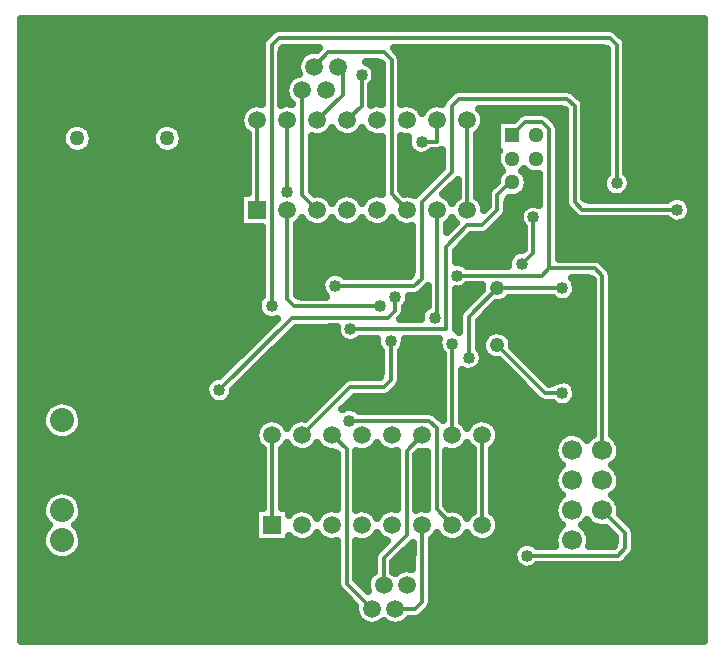
<source format=gbr>
G04 DipTrace Beta 2.3.9.1*
%INBottom.gbr*%
%MOIN*%
%ADD13C,0.012*%
%ADD14C,0.025*%
%ADD17C,0.05*%
%ADD18R,0.05X0.05*%
%ADD25R,0.0591X0.0591*%
%ADD26C,0.0591*%
%ADD27C,0.0591*%
%ADD32C,0.08*%
%ADD33R,0.0512X0.0512*%
%ADD34C,0.0512*%
%ADD36R,0.0669X0.0669*%
%ADD37C,0.0669*%
%ADD38C,0.048*%
%ADD39C,0.04*%
%FSLAX44Y44*%
G04*
G70*
G90*
G75*
G01*
%LNBottom*%
%LPD*%
X23937Y8937D2*
D13*
X24692Y8182D1*
Y7662D1*
X24452Y7422D1*
X21437D1*
X19937Y8437D2*
Y11437D1*
X11174Y12937D2*
X13589Y15352D1*
X16792D1*
X17032Y15592D1*
Y16035D1*
X21263Y17138D2*
X21643Y17518D1*
Y18700D1*
X20937Y21437D2*
X21373Y21873D1*
X21920D1*
X22160Y21633D1*
Y16998D1*
X23697D1*
X23937Y16758D1*
Y10937D1*
X22160Y16998D2*
X21920Y16758D1*
X19108D1*
X12937Y8437D2*
Y11437D1*
X17937Y8437D2*
Y5890D1*
X17697Y5650D1*
X17043D1*
X17937Y11437D2*
X17412Y10912D1*
Y8103D1*
X16650Y7340D1*
Y6437D1*
X14937Y11437D2*
X15412Y10962D1*
Y6493D1*
X16256Y5650D1*
X14437Y18937D2*
X13937Y19437D1*
Y22937D1*
X17437Y18937D2*
X16912Y19462D1*
Y23960D1*
X16672Y24200D1*
X14806D1*
X14331Y23724D1*
X14437Y21937D2*
X15280Y22780D1*
Y23563D1*
X15118Y23724D1*
X19437Y21937D2*
Y18937D1*
X15912Y23437D2*
Y22412D1*
X15437Y21937D1*
X12437D2*
Y18937D1*
X15502Y11912D2*
X18172D1*
X18412Y11672D1*
Y8962D1*
X18937Y8437D1*
Y14488D2*
Y11437D1*
X16892Y14592D2*
Y13285D1*
X16652Y13045D1*
X15545D1*
X13937Y11437D1*
X16512Y15732D2*
X13677D1*
X13437Y15972D1*
Y18937D1*
X18348Y15352D2*
X18437Y15441D1*
Y18937D1*
X17912Y21222D2*
X18437D1*
Y21937D1*
X13437Y19552D2*
Y21937D1*
X20437Y14437D2*
X22039Y12835D1*
X22611D1*
Y16337D2*
X20437D1*
X19488Y15388D1*
Y14017D1*
X20937Y19862D2*
X20862D1*
X20437Y19437D1*
Y18937D1*
X19937Y18437D1*
X19437D1*
X18728Y17728D1*
Y14972D1*
X15538D1*
X15040Y16415D2*
X17672D1*
X17912Y16655D1*
Y19217D1*
X18912Y20217D1*
Y22412D1*
X19152Y22652D1*
X22777D1*
X23017Y22412D1*
Y19200D1*
X23257Y18960D1*
X26437D1*
X12912Y15748D2*
Y24440D1*
X13152Y24680D1*
X24179D1*
X24419Y24440D1*
Y19835D1*
D39*
X19437Y17437D3*
X20937Y18937D3*
X22437Y11937D3*
X4937Y14437D3*
X21437Y7422D3*
X17032Y16035D3*
X11174Y12937D3*
X21643Y18700D3*
X21263Y17138D3*
X19108Y16758D3*
X15912Y23437D3*
X15502Y11912D3*
X18937Y14488D3*
X16892Y14592D3*
X16512Y15732D3*
X18348Y15352D3*
X17912Y21222D3*
X13437Y19552D3*
X22611Y12835D3*
X19488Y14017D3*
X22611Y16337D3*
X15538Y14972D3*
X26437Y18960D3*
X15040Y16415D3*
X24419Y19835D3*
X12912Y15748D3*
X19937Y20437D3*
X10937Y17437D3*
X4587Y25063D2*
D14*
X27289D1*
X4587Y24815D2*
X12805D1*
X24530D2*
X27289D1*
X4587Y24566D2*
X12590D1*
X24745D2*
X27289D1*
X4587Y24317D2*
X12562D1*
X13273D2*
X14437D1*
X17038D2*
X24058D1*
X24769D2*
X27289D1*
X4587Y24069D2*
X12562D1*
X13261D2*
X13863D1*
X17245D2*
X24070D1*
X24769D2*
X27289D1*
X4587Y23820D2*
X12562D1*
X13261D2*
X13754D1*
X16202D2*
X16562D1*
X17261D2*
X24070D1*
X24769D2*
X27289D1*
X4587Y23571D2*
X12562D1*
X13261D2*
X13766D1*
X16382D2*
X16562D1*
X17261D2*
X24070D1*
X24769D2*
X27289D1*
X4587Y23323D2*
X12562D1*
X13261D2*
X13504D1*
X16386D2*
X16562D1*
X17261D2*
X24070D1*
X24769D2*
X27289D1*
X4587Y23074D2*
X12562D1*
X13261D2*
X13371D1*
X16261D2*
X16562D1*
X17261D2*
X24070D1*
X24769D2*
X27289D1*
X4587Y22825D2*
X12562D1*
X13261D2*
X13365D1*
X16261D2*
X16562D1*
X17261D2*
X18840D1*
X23089D2*
X24070D1*
X24769D2*
X27289D1*
X4587Y22576D2*
X12562D1*
X13261D2*
X13484D1*
X16261D2*
X16562D1*
X17261D2*
X18605D1*
X23323D2*
X24070D1*
X24769D2*
X27289D1*
X4587Y22328D2*
X12012D1*
X17862D2*
X18012D1*
X23366D2*
X24070D1*
X24769D2*
X27289D1*
X4587Y22079D2*
X11871D1*
X20003D2*
X21094D1*
X22198D2*
X22668D1*
X23366D2*
X24070D1*
X24769D2*
X27289D1*
X4587Y21830D2*
X6273D1*
X6601D2*
X9273D1*
X9601D2*
X11863D1*
X20011D2*
X20391D1*
X22444D2*
X22668D1*
X23366D2*
X24070D1*
X24769D2*
X27289D1*
X4587Y21582D2*
X5961D1*
X6913D2*
X8961D1*
X9913D2*
X11980D1*
X14894D2*
X14980D1*
X15894D2*
X15980D1*
X19894D2*
X20391D1*
X22511D2*
X22668D1*
X23366D2*
X24070D1*
X24769D2*
X27289D1*
X4587Y21333D2*
X5898D1*
X6976D2*
X8898D1*
X9976D2*
X12086D1*
X14288D2*
X16562D1*
X17261D2*
X17437D1*
X19788D2*
X20391D1*
X22511D2*
X22668D1*
X23366D2*
X24070D1*
X24769D2*
X27289D1*
X4587Y21084D2*
X5961D1*
X6913D2*
X8961D1*
X9913D2*
X12086D1*
X14288D2*
X16562D1*
X17261D2*
X17445D1*
X19788D2*
X20391D1*
X22511D2*
X22668D1*
X23366D2*
X24070D1*
X24769D2*
X27289D1*
X4587Y20836D2*
X6285D1*
X6589D2*
X9285D1*
X9589D2*
X12086D1*
X14288D2*
X16562D1*
X17261D2*
X17629D1*
X18194D2*
X18562D1*
X19788D2*
X20426D1*
X22511D2*
X22668D1*
X23366D2*
X24070D1*
X24769D2*
X27289D1*
X4587Y20587D2*
X12086D1*
X14288D2*
X16562D1*
X17261D2*
X18562D1*
X19788D2*
X20394D1*
X22511D2*
X22668D1*
X23366D2*
X24070D1*
X24769D2*
X27289D1*
X4587Y20338D2*
X12086D1*
X14288D2*
X16562D1*
X17261D2*
X18551D1*
X19788D2*
X20496D1*
X22511D2*
X22668D1*
X23366D2*
X24070D1*
X24769D2*
X27289D1*
X4587Y20090D2*
X12086D1*
X14288D2*
X16562D1*
X17261D2*
X18301D1*
X19788D2*
X20445D1*
X21429D2*
X21812D1*
X22511D2*
X22668D1*
X23366D2*
X24004D1*
X24831D2*
X27289D1*
X4587Y19841D2*
X12086D1*
X14288D2*
X16562D1*
X17261D2*
X18051D1*
X19788D2*
X20355D1*
X21483D2*
X21812D1*
X22511D2*
X22668D1*
X23366D2*
X23930D1*
X24909D2*
X27289D1*
X4587Y19592D2*
X12086D1*
X14288D2*
X16562D1*
X17265D2*
X17805D1*
X18773D2*
X19086D1*
X19788D2*
X20125D1*
X21405D2*
X21812D1*
X22511D2*
X22668D1*
X23366D2*
X23996D1*
X24839D2*
X27289D1*
X4587Y19344D2*
X11851D1*
X14847D2*
X15026D1*
X15847D2*
X16026D1*
X18847D2*
X19026D1*
X19847D2*
X20086D1*
X21005D2*
X21812D1*
X22511D2*
X22668D1*
X23366D2*
X26148D1*
X26726D2*
X27289D1*
X4587Y19095D2*
X11851D1*
X19999D2*
X20086D1*
X20788D2*
X21371D1*
X22511D2*
X22683D1*
X26905D2*
X27289D1*
X4587Y18846D2*
X11851D1*
X20773D2*
X21176D1*
X22511D2*
X22887D1*
X26913D2*
X27289D1*
X4587Y18597D2*
X11851D1*
X20581D2*
X21164D1*
X22511D2*
X26121D1*
X26753D2*
X27289D1*
X4587Y18349D2*
X12562D1*
X13788D2*
X17562D1*
X18788D2*
X18866D1*
X20331D2*
X21293D1*
X22511D2*
X27289D1*
X4587Y18100D2*
X12562D1*
X13788D2*
X17562D1*
X19585D2*
X21293D1*
X22511D2*
X27289D1*
X4587Y17851D2*
X12562D1*
X13788D2*
X17562D1*
X19335D2*
X21293D1*
X22511D2*
X27289D1*
X4587Y17603D2*
X12562D1*
X13788D2*
X17562D1*
X19089D2*
X21230D1*
X22511D2*
X27289D1*
X4587Y17354D2*
X12562D1*
X13788D2*
X17562D1*
X19077D2*
X20828D1*
X22511D2*
X27289D1*
X4587Y17105D2*
X12562D1*
X13788D2*
X17562D1*
X19441D2*
X20773D1*
X24073D2*
X27289D1*
X4587Y16857D2*
X12562D1*
X13788D2*
X14871D1*
X15210D2*
X17562D1*
X24273D2*
X27289D1*
X4587Y16608D2*
X12562D1*
X13788D2*
X14594D1*
X23015D2*
X23586D1*
X24288D2*
X27289D1*
X4587Y16359D2*
X12562D1*
X13788D2*
X14555D1*
X19370D2*
X19906D1*
X23101D2*
X23586D1*
X24288D2*
X27289D1*
X4587Y16111D2*
X12562D1*
X13788D2*
X14664D1*
X17812D2*
X18086D1*
X19077D2*
X19726D1*
X23042D2*
X23586D1*
X24288D2*
X27289D1*
X4587Y15862D2*
X12437D1*
X17487D2*
X18086D1*
X19077D2*
X19476D1*
X20632D2*
X23586D1*
X24288D2*
X27289D1*
X4587Y15613D2*
X12441D1*
X17382D2*
X17937D1*
X19077D2*
X19230D1*
X20198D2*
X23586D1*
X24288D2*
X27289D1*
X4587Y15365D2*
X12625D1*
X17288D2*
X17859D1*
X19948D2*
X23586D1*
X24288D2*
X27289D1*
X4587Y15116D2*
X12867D1*
X19839D2*
X23586D1*
X24288D2*
X27289D1*
X4587Y14867D2*
X12621D1*
X13589D2*
X15062D1*
X19839D2*
X20148D1*
X20726D2*
X23586D1*
X24288D2*
X27289D1*
X4587Y14618D2*
X12371D1*
X13339D2*
X15211D1*
X15866D2*
X16402D1*
X17382D2*
X18465D1*
X19839D2*
X19940D1*
X20933D2*
X23586D1*
X24288D2*
X27289D1*
X4587Y14370D2*
X12121D1*
X13093D2*
X16457D1*
X17323D2*
X18461D1*
X20987D2*
X23586D1*
X24288D2*
X27289D1*
X4587Y14121D2*
X11875D1*
X12843D2*
X16543D1*
X17241D2*
X18586D1*
X21237D2*
X23586D1*
X24288D2*
X27289D1*
X4587Y13872D2*
X11625D1*
X12593D2*
X16543D1*
X17241D2*
X18586D1*
X19956D2*
X20516D1*
X21487D2*
X23586D1*
X24288D2*
X27289D1*
X4587Y13624D2*
X11375D1*
X12347D2*
X16543D1*
X17241D2*
X18586D1*
X19761D2*
X20766D1*
X21733D2*
X23586D1*
X24288D2*
X27289D1*
X4587Y13375D2*
X10992D1*
X12097D2*
X16496D1*
X17241D2*
X18586D1*
X19288D2*
X21016D1*
X21983D2*
X23586D1*
X24288D2*
X27289D1*
X4587Y13126D2*
X10726D1*
X11847D2*
X15141D1*
X17198D2*
X18586D1*
X19288D2*
X21262D1*
X22999D2*
X23586D1*
X24288D2*
X27289D1*
X4587Y12878D2*
X10687D1*
X11659D2*
X14894D1*
X16968D2*
X18586D1*
X19288D2*
X21512D1*
X23101D2*
X23586D1*
X24288D2*
X27289D1*
X4587Y12629D2*
X10801D1*
X11546D2*
X14644D1*
X15612D2*
X18586D1*
X19288D2*
X21762D1*
X23054D2*
X23586D1*
X24288D2*
X27289D1*
X4587Y12380D2*
X5418D1*
X6456D2*
X14394D1*
X15366D2*
X18586D1*
X19288D2*
X22488D1*
X22733D2*
X23586D1*
X24288D2*
X27289D1*
X4587Y12132D2*
X5277D1*
X6597D2*
X14148D1*
X18437D2*
X18586D1*
X19288D2*
X23586D1*
X24288D2*
X27289D1*
X4587Y11883D2*
X5250D1*
X6624D2*
X12574D1*
X13300D2*
X13574D1*
X19300D2*
X19574D1*
X20300D2*
X23586D1*
X24288D2*
X27289D1*
X4587Y11634D2*
X5320D1*
X6554D2*
X12387D1*
X20487D2*
X23586D1*
X24288D2*
X27289D1*
X4587Y11386D2*
X5539D1*
X6335D2*
X12355D1*
X20519D2*
X22516D1*
X23358D2*
X23512D1*
X24358D2*
X27289D1*
X4587Y11137D2*
X12437D1*
X20437D2*
X22348D1*
X24526D2*
X27289D1*
X4587Y10888D2*
X12586D1*
X13288D2*
X13801D1*
X14076D2*
X14801D1*
X16076D2*
X16801D1*
X19076D2*
X19586D1*
X20288D2*
X22316D1*
X24558D2*
X27289D1*
X4587Y10639D2*
X12586D1*
X13288D2*
X15062D1*
X15761D2*
X17062D1*
X17761D2*
X18062D1*
X18761D2*
X19586D1*
X20288D2*
X22391D1*
X24483D2*
X27289D1*
X4587Y10391D2*
X12586D1*
X13288D2*
X15062D1*
X15761D2*
X17062D1*
X17761D2*
X18062D1*
X18761D2*
X19586D1*
X20288D2*
X22519D1*
X24355D2*
X27289D1*
X4587Y10142D2*
X12586D1*
X13288D2*
X15062D1*
X15761D2*
X17062D1*
X17761D2*
X18062D1*
X18761D2*
X19586D1*
X20288D2*
X22348D1*
X24526D2*
X27289D1*
X4587Y9893D2*
X12586D1*
X13288D2*
X15062D1*
X15761D2*
X17062D1*
X17761D2*
X18062D1*
X18761D2*
X19586D1*
X20288D2*
X22312D1*
X24562D2*
X27289D1*
X4587Y9645D2*
X12586D1*
X13288D2*
X15062D1*
X15761D2*
X17062D1*
X17761D2*
X18062D1*
X18761D2*
X19586D1*
X20288D2*
X22391D1*
X24483D2*
X27289D1*
X4587Y9396D2*
X5430D1*
X6444D2*
X12586D1*
X13288D2*
X15062D1*
X15761D2*
X17062D1*
X17761D2*
X18062D1*
X18761D2*
X19586D1*
X20288D2*
X22527D1*
X24347D2*
X27289D1*
X4587Y9147D2*
X5281D1*
X6593D2*
X12586D1*
X13288D2*
X15062D1*
X15761D2*
X17062D1*
X17761D2*
X18062D1*
X18761D2*
X19586D1*
X20288D2*
X22351D1*
X24523D2*
X27289D1*
X4587Y8899D2*
X5250D1*
X6624D2*
X12351D1*
X14280D2*
X14594D1*
X16280D2*
X16594D1*
X19280D2*
X19586D1*
X20288D2*
X22312D1*
X24562D2*
X27289D1*
X4587Y8650D2*
X5312D1*
X6562D2*
X12351D1*
X20480D2*
X22387D1*
X24710D2*
X27289D1*
X4587Y8401D2*
X5437D1*
X6437D2*
X12351D1*
X20523D2*
X22531D1*
X23343D2*
X23644D1*
X24956D2*
X27289D1*
X4587Y8153D2*
X5285D1*
X6589D2*
X12351D1*
X20444D2*
X22351D1*
X23523D2*
X24238D1*
X25042D2*
X27289D1*
X4587Y7904D2*
X5250D1*
X6624D2*
X12351D1*
X13523D2*
X13742D1*
X14132D2*
X14742D1*
X16132D2*
X16730D1*
X18288D2*
X18742D1*
X19132D2*
X19742D1*
X20132D2*
X22312D1*
X23562D2*
X24344D1*
X25042D2*
X27289D1*
X4587Y7655D2*
X5308D1*
X6566D2*
X15062D1*
X15761D2*
X16480D1*
X17448D2*
X17586D1*
X18288D2*
X21012D1*
X25042D2*
X27289D1*
X4587Y7406D2*
X5512D1*
X6362D2*
X15062D1*
X15761D2*
X16308D1*
X17198D2*
X17586D1*
X18288D2*
X20949D1*
X24921D2*
X27289D1*
X4587Y7158D2*
X15062D1*
X15761D2*
X16301D1*
X16999D2*
X17586D1*
X18288D2*
X21031D1*
X24663D2*
X27289D1*
X4587Y6909D2*
X15062D1*
X15761D2*
X16301D1*
X16999D2*
X17112D1*
X18288D2*
X27289D1*
X4587Y6660D2*
X15062D1*
X15761D2*
X16109D1*
X18288D2*
X27289D1*
X4587Y6412D2*
X15074D1*
X15980D2*
X16064D1*
X18288D2*
X27289D1*
X4587Y6163D2*
X15258D1*
X18288D2*
X27289D1*
X4587Y5914D2*
X15508D1*
X18288D2*
X27289D1*
X4587Y5666D2*
X15672D1*
X18198D2*
X27289D1*
X4587Y5417D2*
X15723D1*
X17948D2*
X27289D1*
X4587Y5168D2*
X15945D1*
X16566D2*
X16730D1*
X17355D2*
X27289D1*
X4587Y4920D2*
X27289D1*
X4587Y4671D2*
X27289D1*
X6937Y21211D2*
X6892Y21094D1*
X6821Y20992D1*
X6728Y20910D1*
X6617Y20852D1*
X6496Y20823D1*
X6371Y20824D1*
X6250Y20855D1*
X6140Y20914D1*
X6048Y20997D1*
X5978Y21101D1*
X5935Y21218D1*
X5922Y21342D1*
X5939Y21466D1*
X5985Y21581D1*
X6058Y21683D1*
X6152Y21764D1*
X6264Y21820D1*
X6386Y21847D1*
X6510Y21844D1*
X6631Y21812D1*
X6740Y21751D1*
X6831Y21666D1*
X6899Y21562D1*
X6940Y21444D1*
X6952Y21335D1*
X6937Y21211D1*
X9937D2*
X9892Y21094D1*
X9821Y20992D1*
X9728Y20910D1*
X9617Y20852D1*
X9496Y20823D1*
X9371Y20824D1*
X9250Y20855D1*
X9140Y20914D1*
X9048Y20997D1*
X8978Y21101D1*
X8935Y21218D1*
X8922Y21342D1*
X8939Y21466D1*
X8985Y21581D1*
X9058Y21683D1*
X9152Y21764D1*
X9264Y21820D1*
X9386Y21847D1*
X9510Y21844D1*
X9631Y21812D1*
X9740Y21751D1*
X9831Y21666D1*
X9899Y21562D1*
X9940Y21444D1*
X9952Y21335D1*
X9937Y21211D1*
X12502Y8997D2*
X12615D1*
X12612Y9937D1*
Y10980D1*
X12504Y11082D1*
X12436Y11186D1*
X12393Y11303D1*
X12377Y11427D1*
X12389Y11551D1*
X12427Y11670D1*
X12492Y11777D1*
X12578Y11867D1*
X12682Y11936D1*
X12799Y11980D1*
X12922Y11997D1*
X13046Y11986D1*
X13165Y11949D1*
X13273Y11885D1*
X13364Y11800D1*
X13438Y11686D1*
X13492Y11777D1*
X13578Y11867D1*
X13682Y11936D1*
X13799Y11980D1*
X13922Y11997D1*
X14027Y11988D1*
X15315Y13275D1*
X15418Y13344D1*
X15545Y13370D1*
X16518D1*
X16567Y13535D1*
Y14258D1*
X16474Y14388D1*
X16435Y14507D1*
X16433Y14650D1*
X15872Y14647D1*
X15759Y14563D1*
X15643Y14519D1*
X15519Y14507D1*
X15396Y14529D1*
X15284Y14583D1*
X15190Y14664D1*
X15120Y14768D1*
X15081Y14887D1*
X15079Y15030D1*
X14542Y15027D1*
X13725D1*
X11639Y12943D1*
X11623Y12814D1*
X11574Y12699D1*
X11496Y12601D1*
X11395Y12528D1*
X11279Y12484D1*
X11155Y12473D1*
X11032Y12494D1*
X10920Y12548D1*
X10825Y12630D1*
X10756Y12734D1*
X10717Y12852D1*
X10711Y12976D1*
X10738Y13098D1*
X10797Y13208D1*
X10882Y13299D1*
X10989Y13363D1*
X11109Y13397D1*
X11175Y13398D1*
X13102Y15324D1*
X13017Y15295D1*
X12893Y15284D1*
X12770Y15305D1*
X12657Y15359D1*
X12563Y15441D1*
X12494Y15545D1*
X12455Y15663D1*
X12449Y15787D1*
X12476Y15909D1*
X12535Y16019D1*
X12585Y16073D1*
X12587Y18377D1*
X11877D1*
Y19497D1*
X12115D1*
X12112Y20437D1*
Y21480D1*
X12004Y21582D1*
X11936Y21686D1*
X11893Y21803D1*
X11877Y21927D1*
X11889Y22051D1*
X11927Y22170D1*
X11992Y22277D1*
X12078Y22367D1*
X12182Y22436D1*
X12299Y22480D1*
X12422Y22497D1*
X12546Y22486D1*
X12587Y22473D1*
Y24440D1*
X12611Y24562D1*
X12683Y24669D1*
X12923Y24909D1*
X13026Y24979D1*
X13152Y25005D1*
X24179D1*
X24301Y24981D1*
X24409Y24909D1*
X24649Y24669D1*
X24719Y24566D1*
X24744Y24440D1*
Y20170D1*
X24793Y20111D1*
X24853Y20002D1*
X24884Y19835D1*
X24868Y19711D1*
X24819Y19597D1*
X24741Y19499D1*
X24640Y19426D1*
X24524Y19382D1*
X24400Y19370D1*
X24277Y19392D1*
X24165Y19446D1*
X24070Y19527D1*
X24001Y19631D1*
X23962Y19750D1*
X23956Y19874D1*
X23983Y19996D1*
X24042Y20106D1*
X24092Y20160D1*
X24094Y22835D1*
Y24307D1*
X23929Y24355D1*
X16980D1*
X17142Y24189D1*
X17211Y24086D1*
X17237Y23960D1*
Y22464D1*
X17422Y22497D1*
X17546Y22486D1*
X17665Y22449D1*
X17773Y22385D1*
X17864Y22300D1*
X17938Y22186D1*
X17992Y22277D1*
X18078Y22367D1*
X18182Y22436D1*
X18299Y22480D1*
X18422Y22497D1*
X18546Y22486D1*
X18595Y22471D1*
X18606Y22520D1*
X18683Y22642D1*
X18923Y22882D1*
X19026Y22951D1*
X19152Y22977D1*
X22777D1*
X22899Y22953D1*
X23007Y22882D1*
X23247Y22642D1*
X23316Y22539D1*
X23342Y22412D1*
Y19330D1*
X23507Y19285D1*
X26105D1*
X26145Y19321D1*
X26251Y19386D1*
X26371Y19420D1*
X26496Y19421D1*
X26616Y19389D1*
X26724Y19326D1*
X26811Y19236D1*
X26871Y19127D1*
X26902Y18960D1*
X26885Y18836D1*
X26836Y18722D1*
X26759Y18624D1*
X26658Y18551D1*
X26541Y18507D1*
X26417Y18495D1*
X26295Y18517D1*
X26182Y18571D1*
X26109Y18635D1*
X23257D1*
X23135Y18659D1*
X23027Y18730D1*
X22787Y18970D1*
X22718Y19073D1*
X22692Y19200D1*
Y22282D1*
X22527Y22327D1*
X19836D1*
X19933Y22197D1*
X19979Y22080D1*
X19997Y21937D1*
X19983Y21813D1*
X19942Y21695D1*
X19876Y21589D1*
X19759Y21482D1*
X19762Y20687D1*
Y19394D1*
X19864Y19300D1*
X19933Y19197D1*
X19979Y19080D1*
X19997Y18956D1*
X20113Y19073D1*
X20112Y19437D1*
X20136Y19559D1*
X20207Y19667D1*
X20414Y19874D1*
X20429Y19975D1*
X20470Y20093D1*
X20538Y20197D1*
X20598Y20253D1*
X20553Y20298D1*
X20480Y20399D1*
X20434Y20515D1*
X20416Y20638D1*
X20429Y20762D1*
X20470Y20880D1*
X20493Y20916D1*
X20416D1*
Y21958D1*
X20998D1*
X21143Y22103D1*
X21246Y22172D1*
X21373Y22198D1*
X21920D1*
X22042Y22174D1*
X22150Y22103D1*
X22390Y21863D1*
X22460Y21760D1*
X22485Y21633D1*
Y17324D1*
X23697Y17323D1*
X23819Y17299D1*
X23927Y17228D1*
X24167Y16988D1*
X24236Y16885D1*
X24262Y16758D1*
Y11442D1*
X24327Y11392D1*
X24413Y11302D1*
X24478Y11195D1*
X24520Y11078D1*
X24537Y10937D1*
X24524Y10813D1*
X24485Y10694D1*
X24423Y10586D1*
X24340Y10493D1*
X24268Y10440D1*
X24327Y10392D1*
X24413Y10302D1*
X24478Y10195D1*
X24520Y10078D1*
X24537Y9937D1*
X24524Y9813D1*
X24485Y9694D1*
X24423Y9586D1*
X24340Y9493D1*
X24268Y9440D1*
X24327Y9392D1*
X24413Y9302D1*
X24478Y9195D1*
X24520Y9078D1*
X24537Y8937D1*
X24522Y8809D1*
X24921Y8412D1*
X24991Y8309D1*
X25017Y8182D1*
Y7662D1*
X24993Y7540D1*
X24921Y7433D1*
X24681Y7193D1*
X24578Y7123D1*
X24452Y7097D1*
X21768D1*
X21658Y7013D1*
X21541Y6969D1*
X21417Y6958D1*
X21295Y6980D1*
X21182Y7034D1*
X21088Y7115D1*
X21019Y7219D1*
X20980Y7337D1*
X20974Y7462D1*
X21001Y7583D1*
X21059Y7693D1*
X21145Y7784D1*
X21251Y7849D1*
X21371Y7883D1*
X21496Y7884D1*
X21616Y7851D1*
X21724Y7788D1*
X21765Y7746D1*
X22371Y7747D1*
X22352Y7805D1*
X22338Y7928D1*
X22349Y8053D1*
X22385Y8172D1*
X22446Y8281D1*
X22528Y8375D1*
X22606Y8434D1*
X22541Y8487D1*
X22456Y8579D1*
X22392Y8686D1*
X22352Y8805D1*
X22338Y8928D1*
X22349Y9053D1*
X22385Y9172D1*
X22446Y9281D1*
X22528Y9375D1*
X22606Y9434D1*
X22541Y9487D1*
X22456Y9579D1*
X22392Y9686D1*
X22352Y9805D1*
X22338Y9928D1*
X22349Y10053D1*
X22385Y10172D1*
X22446Y10281D1*
X22528Y10375D1*
X22606Y10434D1*
X22541Y10487D1*
X22456Y10579D1*
X22392Y10686D1*
X22352Y10805D1*
X22338Y10928D1*
X22349Y11053D1*
X22385Y11172D1*
X22446Y11281D1*
X22528Y11375D1*
X22627Y11450D1*
X22740Y11503D1*
X22862Y11532D1*
X22987Y11535D1*
X23109Y11511D1*
X23224Y11463D1*
X23327Y11392D1*
X23413Y11302D1*
X23435Y11265D1*
X23528Y11375D1*
X23612Y11439D1*
Y16621D1*
X23447Y16673D1*
X22935D1*
X22985Y16614D1*
X23045Y16504D1*
X23076Y16337D1*
X23060Y16214D1*
X23011Y16099D1*
X22933Y16001D1*
X22832Y15928D1*
X22716Y15884D1*
X22592Y15873D1*
X22469Y15894D1*
X22357Y15948D1*
X22283Y16012D1*
X20826D1*
X20714Y15915D1*
X20602Y15860D1*
X20480Y15834D1*
X20398Y15837D1*
X19813Y15254D1*
X19812Y14352D1*
X19861Y14294D1*
X19921Y14184D1*
X19952Y14017D1*
X19936Y13894D1*
X19887Y13779D1*
X19809Y13681D1*
X19709Y13608D1*
X19592Y13564D1*
X19468Y13553D1*
X19345Y13574D1*
X19264Y13613D1*
X19262Y11891D1*
X19364Y11800D1*
X19438Y11686D1*
X19492Y11777D1*
X19578Y11867D1*
X19682Y11936D1*
X19799Y11980D1*
X19922Y11997D1*
X20046Y11986D1*
X20165Y11949D1*
X20273Y11885D1*
X20364Y11800D1*
X20433Y11697D1*
X20479Y11580D1*
X20497Y11437D1*
X20483Y11313D1*
X20442Y11195D1*
X20376Y11089D1*
X20259Y10982D1*
X20262Y10187D1*
Y8894D1*
X20364Y8800D1*
X20433Y8697D1*
X20479Y8580D1*
X20497Y8437D1*
X20483Y8313D1*
X20442Y8195D1*
X20376Y8089D1*
X20288Y8001D1*
X20183Y7934D1*
X20066Y7892D1*
X19942Y7877D1*
X19818Y7890D1*
X19700Y7930D1*
X19593Y7995D1*
X19504Y8082D1*
X19438Y8183D1*
X19376Y8089D1*
X19288Y8001D1*
X19183Y7934D1*
X19066Y7892D1*
X18942Y7877D1*
X18818Y7890D1*
X18700Y7930D1*
X18593Y7995D1*
X18504Y8082D1*
X18438Y8183D1*
X18376Y8089D1*
X18259Y7982D1*
X18262Y7187D1*
Y5890D1*
X18238Y5768D1*
X18167Y5660D1*
X17927Y5420D1*
X17824Y5350D1*
X17697Y5325D1*
X17498D1*
X17395Y5213D1*
X17290Y5146D1*
X17172Y5104D1*
X17048Y5089D1*
X16924Y5102D1*
X16806Y5142D1*
X16700Y5207D1*
X16652Y5253D1*
X16607Y5213D1*
X16502Y5146D1*
X16385Y5104D1*
X16261Y5089D1*
X16137Y5102D1*
X16019Y5142D1*
X15912Y5207D1*
X15823Y5294D1*
X15755Y5399D1*
X15712Y5516D1*
X15696Y5640D1*
X15706Y5744D1*
X15183Y6263D1*
X15113Y6366D1*
X15087Y6493D1*
Y7896D1*
X14942Y7877D1*
X14818Y7890D1*
X14700Y7930D1*
X14593Y7995D1*
X14504Y8082D1*
X14438Y8183D1*
X14376Y8089D1*
X14288Y8001D1*
X14183Y7934D1*
X14066Y7892D1*
X13942Y7877D1*
X13818Y7890D1*
X13700Y7930D1*
X13593Y7995D1*
X13498Y8091D1*
X13497Y7877D1*
X12377D1*
Y8997D1*
X12502D1*
X13264D2*
X13497D1*
Y8782D1*
X13578Y8867D1*
X13682Y8936D1*
X13799Y8980D1*
X13922Y8997D1*
X14046Y8986D1*
X14165Y8949D1*
X14273Y8885D1*
X14364Y8800D1*
X14438Y8686D1*
X14492Y8777D1*
X14578Y8867D1*
X14682Y8936D1*
X14799Y8980D1*
X14922Y8997D1*
X15046Y8986D1*
X15087Y8973D1*
Y10825D1*
X14942Y10877D1*
X14818Y10890D1*
X14700Y10930D1*
X14593Y10995D1*
X14504Y11082D1*
X14438Y11183D1*
X14376Y11089D1*
X14288Y11001D1*
X14183Y10934D1*
X14066Y10892D1*
X13942Y10877D1*
X13818Y10890D1*
X13700Y10930D1*
X13593Y10995D1*
X13504Y11082D1*
X13438Y11183D1*
X13376Y11089D1*
X13259Y10982D1*
X13262Y10187D1*
Y8996D1*
X16436Y8185D2*
X16376Y8089D1*
X16288Y8001D1*
X16183Y7934D1*
X16066Y7892D1*
X15942Y7877D1*
X15818Y7890D1*
X15740Y7916D1*
X15737Y6962D1*
Y6630D1*
X16125Y6240D1*
X16106Y6303D1*
X16090Y6427D1*
X16101Y6551D1*
X16140Y6670D1*
X16204Y6777D1*
X16290Y6867D1*
X16326Y6891D1*
X16325Y7340D1*
X16348Y7462D1*
X16420Y7570D1*
X16754Y7904D1*
X16593Y7995D1*
X16504Y8082D1*
X16438Y8183D1*
X15737Y8956D2*
X15799Y8980D1*
X15922Y8997D1*
X16046Y8986D1*
X16165Y8949D1*
X16273Y8885D1*
X16364Y8800D1*
X16438Y8686D1*
X16492Y8777D1*
X16578Y8867D1*
X16682Y8936D1*
X16799Y8980D1*
X16922Y8997D1*
X17046Y8986D1*
X17087Y8978D1*
Y10899D1*
X16942Y10877D1*
X16818Y10890D1*
X16700Y10930D1*
X16593Y10995D1*
X16504Y11082D1*
X16438Y11183D1*
X16376Y11089D1*
X16288Y11001D1*
X16183Y10934D1*
X16066Y10892D1*
X15942Y10877D1*
X15818Y10890D1*
X15740Y10916D1*
X15737Y9962D1*
Y8958D1*
X17737Y8956D2*
X17799Y8980D1*
X17922Y8997D1*
X18046Y8986D1*
X18087Y8973D1*
Y10895D1*
X17942Y10877D1*
X17845Y10887D1*
X17739Y10779D1*
X17737Y8963D1*
X18849Y8987D2*
X18922Y8997D1*
X19046Y8986D1*
X19165Y8949D1*
X19273Y8885D1*
X19364Y8800D1*
X19438Y8686D1*
X19492Y8777D1*
X19578Y8867D1*
X19614Y8891D1*
X19612Y10980D1*
X19504Y11082D1*
X19438Y11183D1*
X19376Y11089D1*
X19288Y11001D1*
X19183Y10934D1*
X19066Y10892D1*
X18942Y10877D1*
X18818Y10890D1*
X18740Y10916D1*
X18737Y9672D1*
Y9098D1*
X18844Y8990D1*
X13936Y18685D2*
X13876Y18589D1*
X13759Y18482D1*
X13762Y17687D1*
Y16105D1*
X13927Y16057D1*
X14743D1*
X14692Y16107D1*
X14622Y16211D1*
X14583Y16329D1*
X14577Y16454D1*
X14604Y16576D1*
X14663Y16686D1*
X14748Y16776D1*
X14855Y16841D1*
X14975Y16875D1*
X15099Y16876D1*
X15220Y16843D1*
X15327Y16780D1*
X15368Y16739D1*
X17537D1*
X17587Y16905D1*
Y18401D1*
X17442Y18377D1*
X17318Y18390D1*
X17200Y18430D1*
X17093Y18495D1*
X17004Y18582D1*
X16938Y18683D1*
X16876Y18589D1*
X16788Y18501D1*
X16683Y18434D1*
X16566Y18392D1*
X16442Y18377D1*
X16318Y18390D1*
X16200Y18430D1*
X16093Y18495D1*
X16004Y18582D1*
X15938Y18683D1*
X15876Y18589D1*
X15788Y18501D1*
X15683Y18434D1*
X15566Y18392D1*
X15442Y18377D1*
X15318Y18390D1*
X15200Y18430D1*
X15093Y18495D1*
X15004Y18582D1*
X14938Y18683D1*
X14876Y18589D1*
X14788Y18501D1*
X14683Y18434D1*
X14566Y18392D1*
X14442Y18377D1*
X14318Y18390D1*
X14200Y18430D1*
X14093Y18495D1*
X14004Y18582D1*
X13938Y18683D1*
X14349Y19487D2*
X14422Y19497D1*
X14546Y19486D1*
X14665Y19449D1*
X14773Y19385D1*
X14864Y19300D1*
X14938Y19186D1*
X14992Y19277D1*
X15078Y19367D1*
X15182Y19436D1*
X15299Y19480D1*
X15422Y19497D1*
X15546Y19486D1*
X15665Y19449D1*
X15773Y19385D1*
X15864Y19300D1*
X15938Y19186D1*
X15992Y19277D1*
X16078Y19367D1*
X16182Y19436D1*
X16299Y19480D1*
X16422Y19497D1*
X16546Y19486D1*
X16587Y19473D1*
Y21395D1*
X16442Y21377D1*
X16318Y21390D1*
X16200Y21430D1*
X16093Y21495D1*
X16004Y21582D1*
X15938Y21683D1*
X15876Y21589D1*
X15788Y21501D1*
X15683Y21434D1*
X15566Y21392D1*
X15442Y21377D1*
X15318Y21390D1*
X15200Y21430D1*
X15093Y21495D1*
X15004Y21582D1*
X14938Y21683D1*
X14876Y21589D1*
X14788Y21501D1*
X14683Y21434D1*
X14566Y21392D1*
X14442Y21377D1*
X14318Y21390D1*
X14262Y21408D1*
Y19574D1*
X14346Y19487D1*
X17349D2*
X17422Y19497D1*
X17546Y19486D1*
X17679Y19443D1*
X18586Y20350D1*
X18587Y20932D1*
X18437Y20897D1*
X18246D1*
X18133Y20813D1*
X18017Y20769D1*
X17893Y20757D1*
X17770Y20779D1*
X17657Y20833D1*
X17563Y20915D1*
X17494Y21018D1*
X17455Y21137D1*
X17449Y21261D1*
X17475Y21379D1*
X17318Y21390D1*
X17240Y21416D1*
X17237Y20460D1*
Y19596D1*
X17344Y19490D1*
X18936Y18685D2*
X18876Y18589D1*
X18759Y18482D1*
X18763Y18222D1*
X19064Y18524D1*
X19004Y18582D1*
X18938Y18683D1*
X18617Y19464D2*
X18665Y19449D1*
X18773Y19385D1*
X18864Y19300D1*
X18938Y19186D1*
X18992Y19277D1*
X19078Y19367D1*
X19114Y19391D1*
X19112Y19957D1*
X18620Y19465D1*
X16237Y22456D2*
X16299Y22480D1*
X16422Y22497D1*
X16546Y22486D1*
X16587Y22473D1*
Y23825D1*
X16422Y23875D1*
X16067D1*
X16199Y23803D1*
X16286Y23714D1*
X16346Y23604D1*
X16377Y23437D1*
X16361Y23314D1*
X16312Y23199D1*
X16236Y23104D1*
X16237Y22457D1*
X13237Y22456D2*
X13299Y22480D1*
X13422Y22497D1*
X13546Y22486D1*
X13610Y22466D1*
X13593Y22495D1*
X13504Y22582D1*
X13436Y22686D1*
X13393Y22803D1*
X13377Y22927D1*
X13389Y23051D1*
X13427Y23170D1*
X13492Y23277D1*
X13578Y23367D1*
X13682Y23436D1*
X13826Y23484D1*
X13787Y23591D1*
X13771Y23715D1*
X13782Y23839D1*
X13821Y23957D1*
X13885Y24064D1*
X13972Y24154D1*
X14076Y24223D1*
X14192Y24267D1*
X14316Y24284D1*
X14421Y24275D1*
X14501Y24355D1*
X13285D1*
X13237Y24190D1*
Y22459D1*
X17048Y6836D2*
X17078Y6867D1*
X17182Y6936D1*
X17299Y6980D1*
X17422Y6997D1*
X17546Y6986D1*
X17610Y6966D1*
X17612Y7847D1*
X16976Y7208D1*
X16975Y6891D1*
X17039Y6835D1*
X6590Y7813D2*
X6555Y7693D1*
X6499Y7582D1*
X6423Y7483D1*
X6329Y7400D1*
X6222Y7336D1*
X6105Y7294D1*
X5981Y7274D1*
X5857Y7277D1*
X5735Y7304D1*
X5620Y7353D1*
X5516Y7422D1*
X5427Y7510D1*
X5357Y7613D1*
X5306Y7727D1*
X5278Y7848D1*
X5273Y7973D1*
X5292Y8097D1*
X5333Y8214D1*
X5395Y8322D1*
X5498Y8434D1*
X5427Y8510D1*
X5357Y8613D1*
X5306Y8727D1*
X5278Y8848D1*
X5273Y8973D1*
X5292Y9097D1*
X5333Y9214D1*
X5395Y9322D1*
X5477Y9417D1*
X5575Y9494D1*
X5685Y9552D1*
X5805Y9589D1*
X5929Y9602D1*
X6053Y9592D1*
X6173Y9559D1*
X6285Y9503D1*
X6385Y9428D1*
X6469Y9336D1*
X6534Y9229D1*
X6578Y9113D1*
X6602Y8937D1*
X6590Y8813D1*
X6555Y8693D1*
X6499Y8582D1*
X6423Y8483D1*
X6373Y8439D1*
X6469Y8336D1*
X6534Y8229D1*
X6578Y8113D1*
X6602Y7937D1*
X6590Y7813D1*
Y11813D2*
X6555Y11693D1*
X6499Y11582D1*
X6423Y11483D1*
X6329Y11400D1*
X6222Y11336D1*
X6105Y11294D1*
X5981Y11274D1*
X5857Y11277D1*
X5735Y11304D1*
X5620Y11353D1*
X5516Y11422D1*
X5427Y11510D1*
X5357Y11613D1*
X5306Y11727D1*
X5278Y11848D1*
X5273Y11973D1*
X5292Y12097D1*
X5333Y12214D1*
X5395Y12322D1*
X5477Y12417D1*
X5575Y12494D1*
X5685Y12552D1*
X5805Y12589D1*
X5929Y12602D1*
X6053Y12592D1*
X6173Y12559D1*
X6285Y12503D1*
X6385Y12428D1*
X6469Y12336D1*
X6534Y12229D1*
X6578Y12113D1*
X6602Y11937D1*
X6590Y11813D1*
X21331Y20309D2*
X21273Y20257D1*
X21313Y20222D1*
X21388Y20122D1*
X21437Y20008D1*
X21458Y19862D1*
X21443Y19738D1*
X21399Y19622D1*
X21329Y19519D1*
X21236Y19436D1*
X21126Y19377D1*
X21005Y19346D1*
X20880Y19344D1*
X20816Y19360D1*
X20762Y19187D1*
Y18937D1*
X20738Y18815D1*
X20667Y18707D1*
X20167Y18207D1*
X20064Y18138D1*
X19937Y18112D1*
X19574D1*
X19051Y17591D1*
X19052Y17216D1*
X19167Y17219D1*
X19287Y17187D1*
X19394Y17124D1*
X19435Y17082D1*
X20799Y17083D1*
Y17177D1*
X20827Y17299D1*
X20885Y17409D1*
X20971Y17500D1*
X21077Y17564D1*
X21197Y17598D1*
X21263Y17599D1*
X21317Y17652D1*
X21318Y18366D1*
X21225Y18496D1*
X21186Y18615D1*
X21179Y18739D1*
X21207Y18861D1*
X21265Y18971D1*
X21351Y19061D1*
X21457Y19126D1*
X21577Y19160D1*
X21702Y19161D1*
X21839Y19119D1*
X21835Y19498D1*
Y20142D1*
X21792Y20133D1*
X21668Y20132D1*
X21546Y20160D1*
X21435Y20217D1*
X21334Y20307D1*
X23524Y7813D2*
X23503Y7750D1*
X24316Y7747D1*
X24367Y7912D1*
Y8049D1*
X24061Y8353D1*
X24004Y8341D1*
X23879Y8340D1*
X23757Y8365D1*
X23642Y8415D1*
X23541Y8487D1*
X23438Y8609D1*
X23340Y8493D1*
X23268Y8440D1*
X23327Y8392D1*
X23413Y8302D1*
X23478Y8195D1*
X23520Y8078D1*
X23537Y7937D1*
X23524Y7813D1*
X20484Y13935D2*
X20356Y13939D1*
X20236Y13974D1*
X20129Y14037D1*
X20040Y14125D1*
X19976Y14232D1*
X19939Y14351D1*
X19934Y14476D1*
X19958Y14598D1*
X20012Y14710D1*
X20092Y14806D1*
X20193Y14879D1*
X20309Y14925D1*
X20433Y14942D1*
X20556Y14928D1*
X20673Y14883D1*
X20775Y14812D1*
X20857Y14718D1*
X20913Y14606D1*
X20942Y14437D1*
X20937Y14394D1*
X22172Y13161D1*
X22319Y13196D1*
X22426Y13261D1*
X22546Y13295D1*
X22670Y13296D1*
X22791Y13264D1*
X22898Y13201D1*
X22985Y13111D1*
X23045Y13002D1*
X23076Y12835D1*
X23060Y12711D1*
X23011Y12597D1*
X22933Y12499D1*
X22832Y12426D1*
X22716Y12382D1*
X22592Y12370D1*
X22469Y12392D1*
X22357Y12446D1*
X22283Y12510D1*
X22039D1*
X21917Y12533D1*
X21810Y12605D1*
X20481Y13933D1*
X19937Y16294D2*
X19934Y16376D1*
X19945Y16433D1*
X19440D1*
X19329Y16349D1*
X19212Y16305D1*
X19088Y16293D1*
X19053Y16300D1*
X19052Y14968D1*
X19160Y14892D1*
X19163Y15388D1*
X19186Y15510D1*
X19258Y15617D1*
X19935Y16294D1*
X17480Y15911D2*
X17431Y15796D1*
X17356Y15702D1*
X17357Y15592D1*
X17333Y15470D1*
X17262Y15362D1*
X17198Y15298D1*
X17886Y15297D1*
X17884Y15391D1*
X17911Y15513D1*
X17970Y15623D1*
X18055Y15713D1*
X18112Y15748D1*
Y16398D1*
X17902Y16185D1*
X17799Y16115D1*
X17672Y16090D1*
X17496D1*
X17497Y16035D1*
X17480Y15911D1*
X15266Y12308D2*
X15316Y12339D1*
X15436Y12373D1*
X15561D1*
X15681Y12341D1*
X15789Y12278D1*
X15829Y12236D1*
X18172Y12237D1*
X18294Y12213D1*
X18402Y12142D1*
X18612Y11937D1*
Y14160D1*
X18588Y14181D1*
X18519Y14285D1*
X18480Y14403D1*
X18474Y14528D1*
X18500Y14645D1*
X17356Y14647D1*
X17357Y14592D1*
X17340Y14468D1*
X17291Y14354D1*
X17216Y14259D1*
X17217Y13285D1*
X17193Y13163D1*
X17122Y13055D1*
X16882Y12815D1*
X16779Y12746D1*
X16652Y12720D1*
X15679D1*
X15280Y12321D1*
X4562Y25187D2*
Y4562D1*
X27312D1*
Y25312D1*
X4562D1*
Y25187D1*
D17*
X6437Y21335D3*
D18*
Y22335D3*
D17*
X9437Y21335D3*
D18*
Y22335D3*
D25*
X12937Y8437D3*
D26*
X13937D3*
X14937D3*
X15937D3*
X16937D3*
X17937D3*
X18937D3*
X19937D3*
Y11437D3*
X18937D3*
X17937D3*
X16937D3*
X15937D3*
X14937D3*
X13937D3*
X12937D3*
D25*
X12437Y18937D3*
D26*
X13437D3*
X14437D3*
X15437D3*
X16437D3*
X17437D3*
X18437D3*
X19437D3*
Y21937D3*
X18437D3*
X17437D3*
X16437D3*
X15437D3*
X14437D3*
X13437D3*
X12437D3*
D27*
X17437Y6437D3*
X17043Y5650D3*
X16650Y6437D3*
X16256Y5650D3*
X13937Y22937D3*
X14331Y23724D3*
X14724Y22937D3*
X15118Y23724D3*
D32*
X5937Y7937D3*
Y8937D3*
Y11937D3*
Y10937D3*
D33*
X20937Y21437D3*
D34*
Y20650D3*
Y19862D3*
X21724Y21437D3*
Y20650D3*
Y19862D3*
D36*
X23937Y7937D3*
D37*
X22937D3*
X23937Y8937D3*
X22937D3*
X23937Y9937D3*
X22937D3*
X23937Y10937D3*
X22937D3*
D38*
X20437Y14437D3*
Y16337D3*
M02*

</source>
